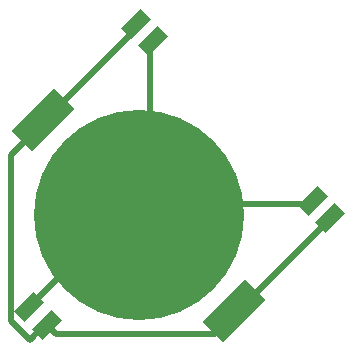
<source format=gbl>
%FSLAX33Y33*%
%MOMM*%
%AMRect-W2350000-H1200000-RO0.750*
21,1,2.35,1.2,0.,0.,225*%
%AMRect-W2350000-H1200000-RO1.750*
21,1,2.35,1.2,0.,0.,45*%
%AMRect-W2500000-H5100000-RO0.250*
21,1,2.5,5.1,0.,0.,315*%
%ADD10C,0.508*%
%ADD11Rect-W2350000-H1200000-RO0.750*%
%ADD12Rect-W2350000-H1200000-RO1.750*%
%ADD13C,17.8*%
%ADD14Rect-W2500000-H5100000-RO0.250*%
D10*
%LNbottom copper_traces*%
G01*
X26000Y12500D02*
X12500Y12500D01*
X3593Y2276D02*
X2305Y0988D01*
X4500Y1500D02*
X4000Y2000D01*
X2305Y0988D02*
X0738Y2555D01*
X12500Y12500D02*
X11500Y11500D01*
X2500Y4000D02*
X10000Y11500D01*
X12500Y26000D02*
X12500Y12500D01*
X10000Y11500D02*
X11500Y11500D01*
X11500Y27500D02*
X3500Y19500D01*
X0738Y16648D02*
X5000Y20910D01*
X18000Y1500D02*
X4500Y1500D01*
X0738Y2555D02*
X0738Y16648D01*
X18000Y1500D02*
X27500Y11000D01*
%LNbottom copper component aa2ad5c2276a115c*%
D11*
X12742Y26258D03*
X11258Y27742D03*
%LNbottom copper component becf046d8cbe18d5*%
D12*
X26258Y12742D03*
X27742Y11258D03*
%LNbottom copper component f00f0886dcd7b053*%
X2258Y3742D03*
X3742Y2258D03*
%LNbottom copper component 3f7fce908c9848ab*%
D13*
X11500Y11500D03*
D14*
X3404Y19596D03*
X19596Y3404D03*
M02*
</source>
